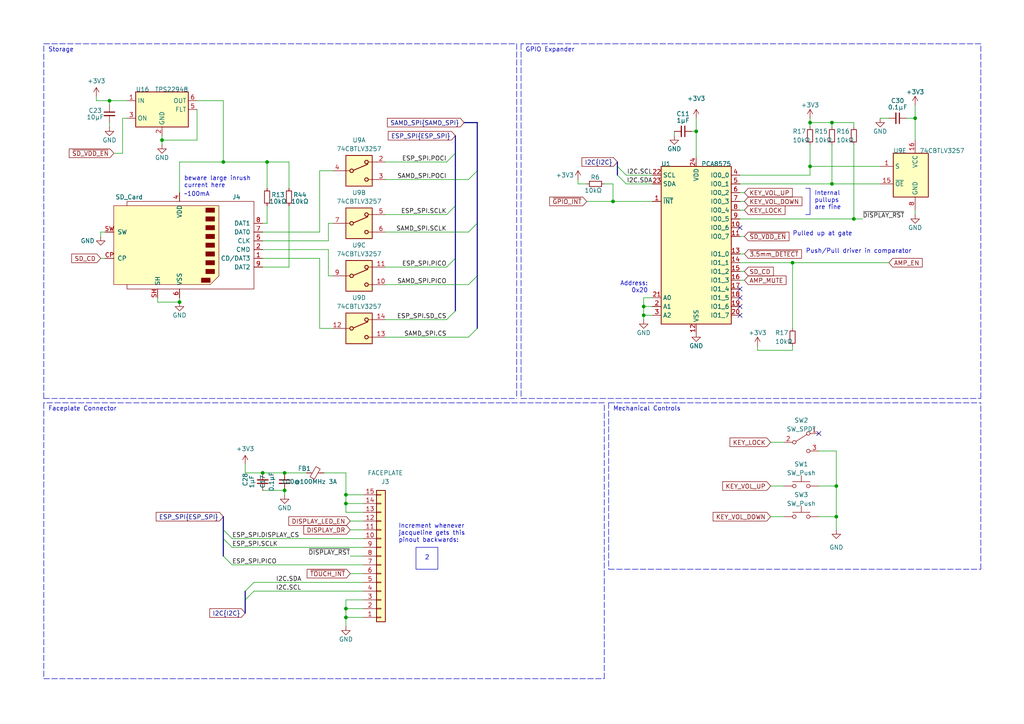
<source format=kicad_sch>
(kicad_sch (version 20230121) (generator eeschema)
  (paper "A4")
  (title_block (title "TANGARA") (date "2023-05-30") (rev "4") (company "made by jacqueline") (comment 1 "SPDX-License-Identifier: CERN-OHL-S-2.0"))
  (lib_symbols
    (symbol "74xx:74CBTLV3257"
      (property "Reference" "U" (at 17.78 1.27 0))
      (property "Value" "74CBTLV3257" (at 15.24 -1.27 0))
      (symbol "74CBTLV3257_1_1"
        (rectangle (start -3.81 4.445) (end 3.81 -4.445) (stroke (width 0.254)) (fill (type background)))
        (circle (center -2.159 0) (radius 0.508) (stroke (width 0.254)))
        (polyline (pts (xy -5.08 0) (xy -2.794 0)))
        (polyline (pts (xy -1.651 0.127) (xy 2.54 1.905)) (stroke (width 0.254)))
        (polyline (pts (xy 5.08 -2.54) (xy 2.794 -2.54)))
        (polyline (pts (xy 5.08 2.54) (xy 2.794 2.54)))
        (circle (center 2.159 -2.54) (radius 0.508) (stroke (width 0.254)))
        (circle (center 2.159 2.54) (radius 0.508) (stroke (width 0.254)))
        (pin passive line (at 7.62 2.54 180) (length 2.54) (name "~") (number "2"))
        (pin passive line (at 7.62 -2.54 180) (length 2.54) (name "~") (number "3"))
        (pin passive line (at -7.62 0 0) (length 2.54) (name "~") (number "4"))
      )
      (symbol "74CBTLV3257_2_1"
        (rectangle (start -3.81 4.445) (end 3.81 -4.445) (stroke (width 0.254)) (fill (type background)))
        (circle (center -2.159 0) (radius 0.508) (stroke (width 0.254)))
        (polyline (pts (xy -5.08 0) (xy -2.794 0)))
        (polyline (pts (xy -1.651 0.127) (xy 2.54 1.905)) (stroke (width 0.254)))
        (polyline (pts (xy 5.08 -2.54) (xy 2.794 -2.54)))
        (polyline (pts (xy 5.08 2.54) (xy 2.794 2.54)))
        (circle (center 2.159 -2.54) (radius 0.508) (stroke (width 0.254)))
        (circle (center 2.159 2.54) (radius 0.508) (stroke (width 0.254)))
        (pin passive line (at 7.62 2.54 180) (length 2.54) (name "~") (number "5"))
        (pin passive line (at 7.62 -2.54 180) (length 2.54) (name "~") (number "6"))
        (pin passive line (at -7.62 0 0) (length 2.54) (name "~") (number "7"))
      )
      (symbol "74CBTLV3257_3_1"
        (rectangle (start -3.81 4.445) (end 3.81 -4.445) (stroke (width 0.254)) (fill (type background)))
        (circle (center -2.159 0) (radius 0.508) (stroke (width 0.254)))
        (polyline (pts (xy -5.08 0) (xy -2.794 0)))
        (polyline (pts (xy -1.651 0.127) (xy 2.54 1.905)) (stroke (width 0.254)))
        (polyline (pts (xy 5.08 -2.54) (xy 2.794 -2.54)))
        (polyline (pts (xy 5.08 2.54) (xy 2.794 2.54)))
        (circle (center 2.159 -2.54) (radius 0.508) (stroke (width 0.254)))
        (circle (center 2.159 2.54) (radius 0.508) (stroke (width 0.254)))
        (pin passive line (at 7.62 -2.54 180) (length 2.54) (name "~") (number "10"))
        (pin passive line (at 7.62 2.54 180) (length 2.54) (name "~") (number "11"))
        (pin passive line (at -7.62 0 0) (length 2.54) (name "~") (number "9"))
      )
      (symbol "74CBTLV3257_4_1"
        (rectangle (start -3.81 4.445) (end 3.81 -4.445) (stroke (width 0.254)) (fill (type background)))
        (circle (center -2.159 0) (radius 0.508) (stroke (width 0.254)))
        (polyline (pts (xy -5.08 0) (xy -2.794 0)))
        (polyline (pts (xy -1.651 0.127) (xy 2.54 1.905)) (stroke (width 0.254)))
        (polyline (pts (xy 5.08 -2.54) (xy 2.794 -2.54)))
        (polyline (pts (xy 5.08 2.54) (xy 2.794 2.54)))
        (circle (center 2.159 -2.54) (radius 0.508) (stroke (width 0.254)))
        (circle (center 2.159 2.54) (radius 0.508) (stroke (width 0.254)))
        (pin passive line (at -7.62 0 0) (length 2.54) (name "~") (number "12"))
        (pin passive line (at 7.62 -2.54 180) (length 2.54) (name "~") (number "13"))
        (pin passive line (at 7.62 2.54 180) (length 2.54) (name "~") (number "14"))
      )
      (symbol "74CBTLV3257_5_1"
        (rectangle (start 3.81 6.35) (end -6.35 -6.35) (stroke (width 0.254)) (fill (type background)))
        (pin input line (at -10.16 2.54 0) (length 3.81) (name "S") (number "1"))
        (pin input line (at -10.16 -2.54 0) (length 3.81) (name "~{OE}") (number "15"))
        (pin power_in line (at 0 10.16 270) (length 3.81) (name "VCC") (number "16"))
        (pin power_in line (at 0 -10.16 90) (length 3.81) (name "GND") (number "8"))
      )
    )
    (symbol "Connector_Generic:Conn_01x15" (pin_names (offset 1.016) hide)
      (property "Reference" "J" (at 0 20.32 0))
      (property "Value" "Conn_01x15" (at 0 -20.32 0))
      (symbol "Conn_01x15_1_1"
        (rectangle (start -1.27 -17.653) (end 0 -17.907) (stroke (width 0.1524)))
        (rectangle (start -1.27 -15.113) (end 0 -15.367) (stroke (width 0.1524)))
        (rectangle (start -1.27 -12.573) (end 0 -12.827) (stroke (width 0.1524)))
        (rectangle (start -1.27 -10.033) (end 0 -10.287) (stroke (width 0.1524)))
        (rectangle (start -1.27 -7.493) (end 0 -7.747) (stroke (width 0.1524)))
        (rectangle (start -1.27 -4.953) (end 0 -5.207) (stroke (width 0.1524)))
        (rectangle (start -1.27 -2.413) (end 0 -2.667) (stroke (width 0.1524)))
        (rectangle (start -1.27 0.127) (end 0 -0.127) (stroke (width 0.1524)))
        (rectangle (start -1.27 2.667) (end 0 2.413) (stroke (width 0.1524)))
        (rectangle (start -1.27 5.207) (end 0 4.953) (stroke (width 0.1524)))
        (rectangle (start -1.27 7.747) (end 0 7.493) (stroke (width 0.1524)))
        (rectangle (start -1.27 10.287) (end 0 10.033) (stroke (width 0.1524)))
        (rectangle (start -1.27 12.827) (end 0 12.573) (stroke (width 0.1524)))
        (rectangle (start -1.27 15.367) (end 0 15.113) (stroke (width 0.1524)))
        (rectangle (start -1.27 17.907) (end 0 17.653) (stroke (width 0.1524)))
        (rectangle (start -1.27 19.05) (end 1.27 -19.05) (stroke (width 0.254)) (fill (type background)))
        (pin passive line (at -5.08 17.78 0) (length 3.81) (name "Pin_1") (number "1"))
        (pin passive line (at -5.08 -5.08 0) (length 3.81) (name "Pin_10") (number "10"))
        (pin passive line (at -5.08 -7.62 0) (length 3.81) (name "Pin_11") (number "11"))
        (pin passive line (at -5.08 -10.16 0) (length 3.81) (name "Pin_12") (number "12"))
        (pin passive line (at -5.08 -12.7 0) (length 3.81) (name "Pin_13") (number "13"))
        (pin passive line (at -5.08 -15.24 0) (length 3.81) (name "Pin_14") (number "14"))
        (pin passive line (at -5.08 -17.78 0) (length 3.81) (name "Pin_15") (number "15"))
        (pin passive line (at -5.08 15.24 0) (length 3.81) (name "Pin_2") (number "2"))
        (pin passive line (at -5.08 12.7 0) (length 3.81) (name "Pin_3") (number "3"))
        (pin passive line (at -5.08 10.16 0) (length 3.81) (name "Pin_4") (number "4"))
        (pin passive line (at -5.08 7.62 0) (length 3.81) (name "Pin_5") (number "5"))
        (pin passive line (at -5.08 5.08 0) (length 3.81) (name "Pin_6") (number "6"))
        (pin passive line (at -5.08 2.54 0) (length 3.81) (name "Pin_7") (number "7"))
        (pin passive line (at -5.08 0 0) (length 3.81) (name "Pin_8") (number "8"))
        (pin passive line (at -5.08 -2.54 0) (length 3.81) (name "Pin_9") (number "9"))
      )
    )
    (symbol "Device:C_Small" (pin_numbers hide) (pin_names (offset 0.254) hide)
      (property "Reference" "C" (at 0.254 1.778 0))
      (property "Value" "C_Small" (at 0.254 -2.032 0))
      (symbol "C_Small_0_1"
        (polyline (pts (xy -1.524 -0.508) (xy 1.524 -0.508)) (stroke (width 0.3302)))
        (polyline (pts (xy -1.524 0.508) (xy 1.524 0.508)) (stroke (width 0.3048)))
      )
      (symbol "C_Small_1_1"
        (pin passive line (at 0 2.54 270) (length 2.032) (name "~") (number "1"))
        (pin passive line (at 0 -2.54 90) (length 2.032) (name "~") (number "2"))
      )
    )
    (symbol "Device:Ferrite_Bead_Small" (pin_numbers hide) (pin_names (offset 0))
      (property "Reference" "FB" (at 1.905 1.27 0))
      (property "Value" "Device_Ferrite_Bead_Small" (at 1.905 -1.27 0))
      (symbol "Ferrite_Bead_Small_0_1"
        (polyline (pts (xy 0 -1.27) (xy 0 -0.7874)))
        (polyline (pts (xy 0 0.889) (xy 0 1.2954)))
        (polyline (pts (xy -1.8288 0.2794) (xy -1.1176 1.4986) (xy 1.8288 -0.2032) (xy 1.1176 -1.4224) (xy -1.8288 0.2794)))
      )
      (symbol "Ferrite_Bead_Small_1_1"
        (pin passive line (at 0 2.54 270) (length 1.27) (name "~") (number "1"))
        (pin passive line (at 0 -2.54 90) (length 1.27) (name "~") (number "2"))
      )
    )
    (symbol "Device:R_Small" (pin_numbers hide) (pin_names (offset 0.254) hide)
      (property "Reference" "R" (at 0.762 0.508 0))
      (property "Value" "R_Small" (at 0.762 -1.016 0))
      (symbol "R_Small_0_1"
        (rectangle (start -0.762 1.778) (end 0.762 -1.778) (stroke (width 0.2032)))
      )
      (symbol "R_Small_1_1"
        (pin passive line (at 0 2.54 270) (length 0.762) (name "~") (number "1"))
        (pin passive line (at 0 -2.54 90) (length 0.762) (name "~") (number "2"))
      )
    )
    (symbol "Interface_Expansion:PCA9555D"
      (property "Reference" "U" (at -8.89 24.13 0))
      (property "Value" "PCA9555D" (at 6.35 24.13 0))
      (symbol "PCA9555D_0_1"
        (rectangle (start -10.16 22.86) (end 10.16 -22.86) (stroke (width 0.254)) (fill (type background)))
      )
      (symbol "PCA9555D_1_1"
        (pin open_collector line (at -12.7 12.7 0) (length 2.54) (name "~{INT}") (number "1"))
        (pin bidirectional line (at 12.7 5.08 180) (length 2.54) (name "IO0_6") (number "10"))
        (pin bidirectional line (at 12.7 2.54 180) (length 2.54) (name "IO0_7") (number "11"))
        (pin power_in line (at 0 -25.4 90) (length 2.54) (name "VSS") (number "12"))
        (pin bidirectional line (at 12.7 -2.54 180) (length 2.54) (name "IO1_0") (number "13"))
        (pin bidirectional line (at 12.7 -5.08 180) (length 2.54) (name "IO1_1") (number "14"))
        (pin bidirectional line (at 12.7 -7.62 180) (length 2.54) (name "IO1_2") (number "15"))
        (pin bidirectional line (at 12.7 -10.16 180) (length 2.54) (name "IO1_3") (number "16"))
        (pin bidirectional line (at 12.7 -12.7 180) (length 2.54) (name "IO1_4") (number "17"))
        (pin bidirectional line (at 12.7 -15.24 180) (length 2.54) (name "IO1_5") (number "18"))
        (pin bidirectional line (at 12.7 -17.78 180) (length 2.54) (name "IO1_6") (number "19"))
        (pin input line (at -12.7 -17.78 0) (length 2.54) (name "A1") (number "2"))
        (pin bidirectional line (at 12.7 -20.32 180) (length 2.54) (name "IO1_7") (number "20"))
        (pin input line (at -12.7 -15.24 0) (length 2.54) (name "A0") (number "21"))
        (pin input line (at -12.7 20.32 0) (length 2.54) (name "SCL") (number "22"))
        (pin bidirectional line (at -12.7 17.78 0) (length 2.54) (name "SDA") (number "23"))
        (pin power_in line (at 0 25.4 270) (length 2.54) (name "VDD") (number "24"))
        (pin input line (at -12.7 -20.32 0) (length 2.54) (name "A2") (number "3"))
        (pin bidirectional line (at 12.7 20.32 180) (length 2.54) (name "IO0_0") (number "4"))
        (pin bidirectional line (at 12.7 17.78 180) (length 2.54) (name "IO0_1") (number "5"))
        (pin bidirectional line (at 12.7 15.24 180) (length 2.54) (name "IO0_2") (number "6"))
        (pin bidirectional line (at 12.7 12.7 180) (length 2.54) (name "IO0_3") (number "7"))
        (pin bidirectional line (at 12.7 10.16 180) (length 2.54) (name "IO0_4") (number "8"))
        (pin bidirectional line (at 12.7 7.62 180) (length 2.54) (name "IO0_5") (number "9"))
      )
    )
    (symbol "Switch:SW_Push" (pin_numbers hide) (pin_names (offset 1.016) hide)
      (property "Reference" "SW" (at 1.27 2.54 0))
      (property "Value" "SW_Push" (at 0 -1.524 0))
      (symbol "SW_Push_0_1"
        (circle (center -2.032 0) (radius 0.508))
        (polyline (pts (xy 0 1.27) (xy 0 3.048)))
        (polyline (pts (xy 2.54 1.27) (xy -2.54 1.27)))
        (circle (center 2.032 0) (radius 0.508))
        (pin passive line (at -5.08 0 0) (length 2.54) (name "1") (number "1"))
        (pin passive line (at 5.08 0 180) (length 2.54) (name "2") (number "2"))
      )
    )
    (symbol "Switch:SW_SPDT" (pin_names (offset 0) hide)
      (property "Reference" "SW" (at 0 4.318 0))
      (property "Value" "SW_SPDT" (at 0 -5.08 0))
      (symbol "SW_SPDT_0_0"
        (circle (center -2.032 0) (radius 0.508))
        (circle (center 2.032 -2.54) (radius 0.508))
      )
      (symbol "SW_SPDT_0_1"
        (polyline (pts (xy -1.524 0.254) (xy 1.651 2.286)))
        (circle (center 2.032 2.54) (radius 0.508))
      )
      (symbol "SW_SPDT_1_1"
        (pin passive line (at 5.08 2.54 180) (length 2.54) (name "A") (number "1"))
        (pin passive line (at -5.08 0 0) (length 2.54) (name "B") (number "2"))
        (pin passive line (at 5.08 -2.54 180) (length 2.54) (name "C") (number "3"))
      )
    )
    (symbol "power:+3V3" (power) (pin_names (offset 0))
      (property "Value" "+3V3" (at 0 3.556 0))
      (symbol "+3V3_0_1"
        (polyline (pts (xy -0.762 1.27) (xy 0 2.54)))
        (polyline (pts (xy 0 0) (xy 0 2.54)))
        (polyline (pts (xy 0 2.54) (xy 0.762 1.27)))
      )
      (symbol "+3V3_1_1"
        (pin power_in line (at 0 0 90) (length 0) hide (name "+3V3") (number "1"))
      )
    )
    (symbol "power:GND" (power) (pin_names (offset 0))
      (property "Value" "GND" (at 0 -3.81 0))
      (symbol "GND_0_1"
        (polyline (pts (xy 0 0) (xy 0 -1.27) (xy 1.27 -1.27) (xy 0 -2.54) (xy -1.27 -1.27) (xy 0 -1.27)))
      )
      (symbol "GND_1_1"
        (pin power_in line (at 0 0 270) (length 0) hide (name "GND") (number "1"))
      )
    )
    (symbol "symbols:SD_Card" (pin_names (offset 1.016))
      (property "Reference" "J" (at -16.51 13.97 0))
      (property "Value" "SD_Card" (at 15.24 -13.97 0))
      (symbol "SD_Card_0_1"
        (rectangle (start -8.89 -9.525) (end -6.35 -10.795) (fill (type outline)))
        (rectangle (start -8.89 -6.985) (end -6.35 -8.255) (fill (type outline)))
        (rectangle (start -8.89 -4.445) (end -6.35 -5.715) (fill (type outline)))
        (rectangle (start -8.89 -1.905) (end -6.35 -3.175) (fill (type outline)))
        (rectangle (start -8.89 0.635) (end -6.35 -0.635) (fill (type outline)))
        (rectangle (start -8.89 3.175) (end -6.35 1.905) (fill (type outline)))
        (rectangle (start -8.89 5.715) (end -6.35 4.445) (fill (type outline)))
        (rectangle (start -8.89 8.255) (end -6.35 6.985) (fill (type outline)))
        (rectangle (start -7.62 10.795) (end -5.08 9.525) (fill (type outline)))
        (polyline (pts (xy -10.16 8.89) (xy -7.62 11.43) (xy 20.32 11.43) (xy 20.32 -11.43) (xy -10.16 -11.43) (xy -10.16 8.89)) (fill (type background)))
        (polyline (pts (xy 16.51 11.43) (xy 16.51 12.7) (xy -20.32 12.7) (xy -20.32 -12.7) (xy 16.51 -12.7) (xy 16.51 -11.43)))
      )
      (symbol "SD_Card_1_1"
        (pin input line (at -22.86 3.81 0) (length 2.54) (name "CD/DAT3") (number "1"))
        (pin input line (at -22.86 1.27 0) (length 2.54) (name "CMD") (number "2"))
        (pin power_in line (at 1.27 15.24 270) (length 2.54) hide (name "VSS") (number "3"))
        (pin power_in line (at 1.27 -15.24 90) (length 2.54) (name "VDD") (number "4"))
        (pin input line (at -22.86 -1.27 0) (length 2.54) (name "CLK") (number "5"))
        (pin power_in line (at 1.27 15.24 270) (length 2.54) (name "VSS") (number "6"))
        (pin input line (at -22.86 -3.81 0) (length 2.54) (name "DAT0") (number "7"))
        (pin input line (at -22.86 -6.35 0) (length 2.54) (name "DAT1") (number "8"))
        (pin input line (at -22.86 6.35 0) (length 2.54) (name "DAT2") (number "9"))
        (pin input line (at 22.86 3.81 180) (length 2.54) (name "CP") (number "CP"))
        (pin input line (at 7.62 15.24 270) (length 2.54) (name "SH") (number "SH"))
        (pin input line (at 22.86 -3.81 180) (length 2.54) (name "SW") (number "SW"))
      )
    )
    (symbol "symbols:TPS22917DBV"
      (property "Reference" "U" (at -6.35 6.35 0))
      (property "Value" "TPS22948" (at 2.54 6.35 0))
      (symbol "TPS22917DBV_0_1"
        (rectangle (start -7.62 5.08) (end 7.62 -5.08) (stroke (width 0.254)) (fill (type background)))
      )
      (symbol "TPS22917DBV_1_1"
        (pin power_in line (at -10.16 2.54 0) (length 2.54) (name "IN") (number "1"))
        (pin power_in line (at 0 -7.62 90) (length 2.54) (name "GND") (number "2"))
        (pin input line (at -10.16 -2.54 0) (length 2.54) (name "ON") (number "3"))
        (pin no_connect line (at -7.62 0 0) (length 2.54) hide (name "NC") (number "4"))
        (pin open_collector line (at 10.16 0 180) (length 2.54) (name "FLT") (number "5"))
        (pin power_out line (at 10.16 2.54 180) (length 2.54) (name "OUT") (number "6"))
      )
    )
  )
  (junction (at 82.55 137.16))
  (junction (at 186.69 91.44))
  (junction (at 100.33 146.05))
  (junction (at 46.99 40.64))
  (junction (at 64.77 46.99))
  (junction (at 52.07 87.63))
  (junction (at 100.33 176.53))
  (junction (at 234.95 48.26))
  (junction (at 100.33 179.07))
  (junction (at 265.43 34.29))
  (junction (at 76.2 137.16))
  (junction (at 82.55 142.24))
  (junction (at 242.57 149.86))
  (junction (at 234.95 35.56))
  (junction (at 241.3 53.34))
  (junction (at 100.33 143.51))
  (junction (at 229.87 76.2))
  (junction (at 31.75 29.21))
  (junction (at 201.93 38.1))
  (junction (at 186.69 88.9))
  (junction (at 241.3 35.56))
  (junction (at 247.65 63.5))
  (junction (at 242.57 140.97))
  (junction (at 77.47 46.99))
  (junction (at 177.8 58.42))
  (no_connect (at 214.63 86.36))
  (no_connect (at 214.63 83.82))
  (no_connect (at 214.63 91.44))
  (no_connect (at 237.49 125.73))
  (no_connect (at 214.63 88.9))
  (no_connect (at 214.63 66.04))
  (bus_entry (at 67.31 158.75) (size -2.54 -2.54))
  (bus_entry (at 179.07 48.26) (size 2.54 2.54))
  (bus_entry (at 129.54 77.47) (size 2.54 -2.54))
  (bus_entry (at 129.54 92.71) (size 2.54 -2.54))
  (bus_entry (at 129.54 46.99) (size 2.54 -2.54))
  (bus_entry (at 129.54 62.23) (size 2.54 -2.54))
  (bus_entry (at 179.07 50.8) (size 2.54 2.54))
  (bus_entry (at 135.89 52.07) (size 2.54 -2.54))
  (bus_entry (at 135.89 82.55) (size 2.54 -2.54))
  (bus_entry (at 135.89 67.31) (size 2.54 -2.54))
  (bus_entry (at 67.31 163.83) (size -2.54 -2.54))
  (bus_entry (at 71.12 171.45) (size 2.54 -2.54))
  (bus_entry (at 71.12 173.99) (size 2.54 -2.54))
  (bus_entry (at 135.89 97.79) (size 2.54 -2.54))
  (bus_entry (at 67.31 156.21) (size -2.54 -2.54))
  (wire (pts (xy 186.69 88.9) (xy 186.69 91.44)))
  (wire (pts (xy 186.69 91.44) (xy 186.69 92.71)))
  (bus (pts (xy 64.77 153.67) (xy 64.77 156.21)))
  (wire (pts (xy 242.57 140.97) (xy 242.57 149.86)))
  (wire (pts (xy 67.31 156.21) (xy 105.41 156.21)))
  (polyline (pts (xy 12.7 12.7) (xy 149.86 12.7)) (stroke (width 0) (type dash)))
  (polyline (pts (xy 176.53 116.84) (xy 176.53 165.1)) (stroke (width 0) (type dash)))
  (wire (pts (xy 219.71 100.33) (xy 219.71 101.6)))
  (wire (pts (xy 93.98 137.16) (xy 100.33 137.16)))
  (wire (pts (xy 237.49 130.81) (xy 242.57 130.81)))
  (wire (pts (xy 234.95 41.91) (xy 234.95 48.26)))
  (wire (pts (xy 76.2 142.24) (xy 82.55 142.24)))
  (wire (pts (xy 250.19 63.5) (xy 247.65 63.5)))
  (bus (pts (xy 134.62 35.56) (xy 138.43 35.56)))
  (polyline (pts (xy 234.95 62.23) (xy 234.95 54.61)))
  (wire (pts (xy 100.33 179.07) (xy 105.41 179.07)))
  (bus (pts (xy 71.12 171.45) (xy 71.12 173.99)))
  (wire (pts (xy 52.07 87.63) (xy 52.07 86.36)))
  (wire (pts (xy 265.43 30.48) (xy 265.43 34.29)))
  (wire (pts (xy 201.93 34.29) (xy 201.93 38.1)))
  (wire (pts (xy 92.71 49.53) (xy 92.71 67.31)))
  (wire (pts (xy 57.15 40.64) (xy 46.99 40.64)))
  (wire (pts (xy 214.63 76.2) (xy 229.87 76.2)))
  (wire (pts (xy 57.15 29.21) (xy 64.77 29.21)))
  (wire (pts (xy 101.6 153.67) (xy 105.41 153.67)))
  (wire (pts (xy 177.8 53.34) (xy 177.8 58.42)))
  (wire (pts (xy 77.47 46.99) (xy 83.82 46.99)))
  (wire (pts (xy 215.9 81.28) (xy 214.63 81.28)))
  (bus (pts (xy 132.08 44.45) (xy 132.08 59.69)))
  (wire (pts (xy 234.95 50.8) (xy 234.95 48.26)))
  (wire (pts (xy 31.75 35.56) (xy 31.75 36.83)))
  (wire (pts (xy 242.57 130.81) (xy 242.57 140.97)))
  (wire (pts (xy 175.26 53.34) (xy 177.8 53.34)))
  (wire (pts (xy 241.3 35.56) (xy 247.65 35.56)))
  (polyline (pts (xy 176.53 116.84) (xy 284.48 116.84)) (stroke (width 0) (type dash)))
  (wire (pts (xy 214.63 58.42) (xy 215.9 58.42)))
  (wire (pts (xy 35.56 34.29) (xy 35.56 44.45)))
  (wire (pts (xy 170.18 58.42) (xy 177.8 58.42)))
  (wire (pts (xy 214.63 53.34) (xy 241.3 53.34)))
  (wire (pts (xy 95.25 72.39) (xy 95.25 80.01)))
  (polyline (pts (xy 151.13 12.7) (xy 151.13 115.57)) (stroke (width 0) (type dash)))
  (wire (pts (xy 247.65 41.91) (xy 247.65 63.5)))
  (wire (pts (xy 76.2 137.16) (xy 82.55 137.16)))
  (wire (pts (xy 100.33 181.61) (xy 100.33 179.07)))
  (wire (pts (xy 67.31 158.75) (xy 105.41 158.75)))
  (wire (pts (xy 181.61 53.34) (xy 189.23 53.34)))
  (wire (pts (xy 31.75 29.21) (xy 31.75 30.48)))
  (wire (pts (xy 100.33 176.53) (xy 100.33 179.07)))
  (wire (pts (xy 92.71 74.93) (xy 92.71 95.25)))
  (wire (pts (xy 100.33 137.16) (xy 100.33 143.51)))
  (wire (pts (xy 45.72 86.36) (xy 45.72 87.63)))
  (wire (pts (xy 111.76 97.79) (xy 135.89 97.79)))
  (wire (pts (xy 167.64 53.34) (xy 170.18 53.34)))
  (wire (pts (xy 76.2 67.31) (xy 92.71 67.31)))
  (wire (pts (xy 29.21 67.31) (xy 29.21 68.58)))
  (polyline (pts (xy 151.13 115.57) (xy 284.48 115.57)) (stroke (width 0) (type dash)))
  (wire (pts (xy 71.12 137.16) (xy 76.2 137.16)))
  (wire (pts (xy 46.99 39.37) (xy 46.99 40.64)))
  (wire (pts (xy 247.65 35.56) (xy 247.65 36.83)))
  (bus (pts (xy 132.08 74.93) (xy 132.08 90.17)))
  (wire (pts (xy 189.23 88.9) (xy 186.69 88.9)))
  (wire (pts (xy 64.77 29.21) (xy 64.77 46.99)))
  (wire (pts (xy 189.23 86.36) (xy 186.69 86.36)))
  (wire (pts (xy 237.49 140.97) (xy 242.57 140.97)))
  (wire (pts (xy 200.66 38.1) (xy 201.93 38.1)))
  (bus (pts (xy 138.43 35.56) (xy 138.43 49.53)))
  (wire (pts (xy 95.25 80.01) (xy 96.52 80.01)))
  (wire (pts (xy 71.12 134.62) (xy 71.12 137.16)))
  (wire (pts (xy 229.87 100.33) (xy 229.87 101.6)))
  (bus (pts (xy 179.07 46.99) (xy 179.07 48.26)))
  (wire (pts (xy 101.6 161.29) (xy 105.41 161.29)))
  (wire (pts (xy 92.71 95.25) (xy 96.52 95.25)))
  (wire (pts (xy 33.02 44.45) (xy 35.56 44.45)))
  (wire (pts (xy 64.77 46.99) (xy 77.47 46.99)))
  (polyline (pts (xy 284.48 165.1) (xy 284.48 116.84)) (stroke (width 0) (type dash)))
  (wire (pts (xy 215.9 68.58) (xy 214.63 68.58)))
  (wire (pts (xy 255.27 34.29) (xy 257.81 34.29)))
  (wire (pts (xy 77.47 46.99) (xy 77.47 54.61)))
  (wire (pts (xy 214.63 55.88) (xy 215.9 55.88)))
  (wire (pts (xy 95.25 69.85) (xy 95.25 64.77)))
  (wire (pts (xy 234.95 48.26) (xy 255.27 48.26)))
  (wire (pts (xy 214.63 50.8) (xy 234.95 50.8)))
  (wire (pts (xy 111.76 92.71) (xy 129.54 92.71)))
  (wire (pts (xy 57.15 31.75) (xy 57.15 40.64)))
  (wire (pts (xy 234.95 35.56) (xy 234.95 36.83)))
  (polyline (pts (xy 12.7 196.85) (xy 175.26 196.85)) (stroke (width 0) (type dash)))
  (wire (pts (xy 100.33 143.51) (xy 105.41 143.51)))
  (wire (pts (xy 177.8 58.42) (xy 189.23 58.42)))
  (wire (pts (xy 111.76 77.47) (xy 129.54 77.47)))
  (wire (pts (xy 111.76 52.07) (xy 135.89 52.07)))
  (wire (pts (xy 101.6 166.37) (xy 105.41 166.37)))
  (wire (pts (xy 73.66 171.45) (xy 105.41 171.45)))
  (bus (pts (xy 179.07 48.26) (xy 179.07 50.8)))
  (wire (pts (xy 195.58 38.1) (xy 195.58 39.37)))
  (wire (pts (xy 167.64 52.07) (xy 167.64 53.34)))
  (wire (pts (xy 83.82 54.61) (xy 83.82 46.99)))
  (wire (pts (xy 219.71 101.6) (xy 229.87 101.6)))
  (wire (pts (xy 215.9 73.66) (xy 214.63 73.66)))
  (polyline (pts (xy 12.7 115.57) (xy 149.86 115.57)) (stroke (width 0) (type dash)))
  (wire (pts (xy 247.65 63.5) (xy 214.63 63.5)))
  (bus (pts (xy 138.43 64.77) (xy 138.43 80.01)))
  (wire (pts (xy 241.3 53.34) (xy 255.27 53.34)))
  (wire (pts (xy 229.87 76.2) (xy 257.81 76.2)))
  (polyline (pts (xy 175.26 196.85) (xy 175.26 116.84)) (stroke (width 0) (type dash)))
  (wire (pts (xy 100.33 148.59) (xy 100.33 146.05)))
  (wire (pts (xy 265.43 34.29) (xy 265.43 40.64)))
  (polyline (pts (xy 12.7 115.57) (xy 12.7 12.7)) (stroke (width 0) (type dash)))
  (wire (pts (xy 105.41 146.05) (xy 100.33 146.05)))
  (polyline (pts (xy 176.53 165.1) (xy 284.48 165.1)) (stroke (width 0) (type dash)))
  (wire (pts (xy 265.43 62.23) (xy 265.43 60.96)))
  (wire (pts (xy 46.99 41.91) (xy 46.99 40.64)))
  (wire (pts (xy 111.76 82.55) (xy 135.89 82.55)))
  (polyline (pts (xy 12.7 116.84) (xy 12.7 196.85)) (stroke (width 0) (type dash)))
  (bus (pts (xy 64.77 156.21) (xy 64.77 161.29)))
  (bus (pts (xy 132.08 39.37) (xy 132.08 44.45)))
  (wire (pts (xy 73.66 168.91) (xy 105.41 168.91)))
  (wire (pts (xy 52.07 55.88) (xy 52.07 46.99)))
  (wire (pts (xy 27.94 29.21) (xy 31.75 29.21)))
  (wire (pts (xy 111.76 67.31) (xy 135.89 67.31)))
  (polyline (pts (xy 175.26 116.84) (xy 12.7 116.84)) (stroke (width 0) (type dash)))
  (wire (pts (xy 77.47 59.69) (xy 77.47 64.77)))
  (wire (pts (xy 201.93 38.1) (xy 201.93 45.72)))
  (wire (pts (xy 234.95 35.56) (xy 241.3 35.56)))
  (wire (pts (xy 82.55 142.24) (xy 82.55 143.51)))
  (polyline (pts (xy 233.68 62.23) (xy 234.95 62.23)))
  (bus (pts (xy 132.08 59.69) (xy 132.08 74.93)))
  (wire (pts (xy 36.83 34.29) (xy 35.56 34.29)))
  (wire (pts (xy 101.6 151.13) (xy 105.41 151.13)))
  (wire (pts (xy 83.82 59.69) (xy 83.82 77.47)))
  (wire (pts (xy 96.52 49.53) (xy 92.71 49.53)))
  (wire (pts (xy 31.75 29.21) (xy 36.83 29.21)))
  (wire (pts (xy 76.2 64.77) (xy 77.47 64.77)))
  (polyline (pts (xy 284.48 12.7) (xy 151.13 12.7)) (stroke (width 0) (type dash)))
  (wire (pts (xy 30.48 67.31) (xy 29.21 67.31)))
  (wire (pts (xy 76.2 72.39) (xy 95.25 72.39)))
  (polyline (pts (xy 233.68 54.61) (xy 234.95 54.61)))
  (wire (pts (xy 105.41 148.59) (xy 100.33 148.59)))
  (wire (pts (xy 241.3 41.91) (xy 241.3 53.34)))
  (wire (pts (xy 262.89 34.29) (xy 265.43 34.29)))
  (wire (pts (xy 100.33 173.99) (xy 100.33 176.53)))
  (wire (pts (xy 76.2 74.93) (xy 92.71 74.93)))
  (polyline (pts (xy 149.86 12.7) (xy 149.86 115.57)) (stroke (width 0) (type dash)))
  (wire (pts (xy 111.76 46.99) (xy 129.54 46.99)))
  (wire (pts (xy 215.9 78.74) (xy 214.63 78.74)))
  (wire (pts (xy 234.95 34.29) (xy 234.95 35.56)))
  (wire (pts (xy 82.55 137.16) (xy 88.9 137.16)))
  (wire (pts (xy 111.76 62.23) (xy 129.54 62.23)))
  (bus (pts (xy 64.77 149.86) (xy 64.77 153.67)))
  (wire (pts (xy 76.2 69.85) (xy 95.25 69.85)))
  (wire (pts (xy 181.61 50.8) (xy 189.23 50.8)))
  (wire (pts (xy 95.25 64.77) (xy 96.52 64.77)))
  (wire (pts (xy 237.49 149.86) (xy 242.57 149.86)))
  (bus (pts (xy 71.12 173.99) (xy 71.12 177.8)))
  (wire (pts (xy 100.33 146.05) (xy 100.33 143.51)))
  (wire (pts (xy 189.23 91.44) (xy 186.69 91.44)))
  (wire (pts (xy 45.72 87.63) (xy 52.07 87.63)))
  (wire (pts (xy 242.57 149.86) (xy 242.57 153.67)))
  (polyline (pts (xy 284.48 115.57) (xy 284.48 12.7)) (stroke (width 0) (type dash)))
  (wire (pts (xy 27.94 27.94) (xy 27.94 29.21)))
  (wire (pts (xy 186.69 86.36) (xy 186.69 88.9)))
  (wire (pts (xy 223.52 140.97) (xy 227.33 140.97)))
  (wire (pts (xy 52.07 46.99) (xy 64.77 46.99)))
  (bus (pts (xy 138.43 49.53) (xy 138.43 64.77)))
  (wire (pts (xy 215.9 60.96) (xy 214.63 60.96)))
  (wire (pts (xy 105.41 176.53) (xy 100.33 176.53)))
  (wire (pts (xy 76.2 77.47) (xy 83.82 77.47)))
  (wire (pts (xy 105.41 173.99) (xy 100.33 173.99)))
  (wire (pts (xy 223.52 149.86) (xy 227.33 149.86)))
  (bus (pts (xy 138.43 80.01) (xy 138.43 95.25)))
  (wire (pts (xy 67.31 163.83) (xy 105.41 163.83)))
  (wire (pts (xy 241.3 35.56) (xy 241.3 36.83)))
  (wire (pts (xy 229.87 76.2) (xy 229.87 95.25)))
  (wire (pts (xy 29.21 74.93) (xy 30.48 74.93)))
  (wire (pts (xy 223.52 128.27) (xy 227.33 128.27)))
  (rectangle (start 120.65 158.75) (end 127 165.1))
  (text "GPIO Expander" (at 152.4 15.24 0) (effects (font (size 1.27 1.27)) (justify left bottom)))
  (text "beware large inrush\ncurrent here" (at 53.34 54.61 0) (effects (font (size 1.27 1.27)) (justify left bottom)))
  (text "Internal\npullups\nare fine" (at 236.22 60.96 0) (effects (font (size 1.27 1.27)) (justify left bottom)))
  (text "~100mA" (at 53.34 57.15 0) (effects (font (size 1.27 1.27)) (justify left bottom)))
  (text "Increment whenever\njacqueline gets this\npinout backwards:" (at 115.57 157.48 0) (effects (font (size 1.27 1.27)) (justify left bottom)))
  (text "Pulled up at gate" (at 229.87 68.58 0) (effects (font (size 1.27 1.27)) (justify left bottom)))
  (text "Storage" (at 13.97 15.24 0) (effects (font (size 1.27 1.27)) (justify left bottom)))
  (text "Mechanical Controls" (at 177.8 119.38 0) (effects (font (size 1.27 1.27)) (justify left bottom)))
  (text "2" (at 123.19 162.56 0) (effects (font (size 1.27 1.27)) (justify left bottom)))
  (text "Push/Pull driver in comparator" (at 233.68 73.66 0) (effects (font (size 1.27 1.27)) (justify left bottom)))
  (text "Faceplate Connector" (at 13.97 119.38 0) (effects (font (size 1.27 1.27)) (justify left bottom)))
  (text "Address:\n0x20" (at 187.96 85.09 0) (effects (font (size 1.27 1.27)) (justify right bottom)))
  (label "SAMD_SPI.POCI" (at 129.54 52.07 180))
  (label "I2C.SDA" (at 80.01 168.91 0))
  (label "I2C.SCL" (at 189.23 50.8 180))
  (label "SAMD_SPI.PICO" (at 129.54 82.55 180))
  (label "ESP_SPI.PICO" (at 129.54 77.47 180))
  (label "ESP_SPI.SD_CS" (at 129.54 92.71 180))
  (label "ESP_SPI.POCI" (at 129.54 46.99 180))
  (label "ESP_SPI.PICO" (at 67.31 163.83 0))
  (label "SAMD_SPI.SCLK" (at 129.54 67.31 180))
  (label "~{DISPLAY_RST}" (at 101.6 161.29 180) (property "Intersheetrefs" "${INTERSHEET_REFS}" (effects hide)))
  (label "ESP_SPI.DISPLAY_CS" (at 67.31 156.21 0))
  (label "SAMD_SPI.CS" (at 129.54 97.79 180))
  (label "ESP_SPI.SCLK" (at 67.31 158.75 0))
  (label "I2C.SDA" (at 189.23 53.34 180))
  (label "~{DISPLAY_RST}" (at 250.19 63.5 0) (property "Intersheetrefs" "${INTERSHEET_REFS}" (effects hide)))
  (label "ESP_SPI.SCLK" (at 129.54 62.23 180))
  (label "I2C.SCL" (at 80.01 171.45 0))
  (global_label "ESP_SPI{ESP_SPI}" (shape input) (at 132.08 39.37 180) (property "Intersheetrefs" "${INTERSHEET_REFS}" (effects hide)))
  (global_label "DISPLAY_LED_EN" (shape input) (at 101.6 151.13 180) (property "Intersheetrefs" "${INTERSHEET_REFS}" (effects hide)))
  (global_label "KEY_VOL_DOWN" (shape input) (at 223.52 149.86 180) (property "Intersheetrefs" "${INTERSHEET_REFS}" (effects hide)))
  (global_label "KEY_LOCK" (shape input) (at 223.52 128.27 180) (property "Intersheetrefs" "${INTERSHEET_REFS}" (effects hide)))
  (global_label "SD_CD" (shape input) (at 29.21 74.93 180) (property "Intersheetrefs" "${INTERSHEET_REFS}" (effects hide)))
  (global_label "KEY_LOCK" (shape input) (at 215.9 60.96 0) (property "Intersheetrefs" "${INTERSHEET_REFS}" (effects hide)))
  (global_label "SD_CD" (shape input) (at 215.9 78.74 0) (property "Intersheetrefs" "${INTERSHEET_REFS}" (effects hide)))
  (global_label "I2C{I2C}" (shape input) (at 71.12 177.8 180) (property "Intersheetrefs" "${INTERSHEET_REFS}" (effects hide)))
  (global_label "SAMD_SPI{SAMD_SPI}" (shape input) (at 134.62 35.56 180) (property "Intersheetrefs" "${INTERSHEET_REFS}" (effects hide)))
  (global_label "KEY_VOL_UP" (shape input) (at 215.9 55.88 0) (property "Intersheetrefs" "${INTERSHEET_REFS}" (effects hide)))
  (global_label "AMP_MUTE" (shape input) (at 215.9 81.28 0) (property "Intersheetrefs" "${INTERSHEET_REFS}" (effects hide)))
  (global_label "~{SD_VDD_EN}" (shape input) (at 33.02 44.45 180) (property "Intersheetrefs" "${INTERSHEET_REFS}" (effects hide)))
  (global_label "~{3.5mm_DETECT}" (shape input) (at 215.9 73.66 0) (property "Intersheetrefs" "${INTERSHEET_REFS}" (effects hide)))
  (global_label "~{TOUCH_INT}" (shape input) (at 101.6 166.37 180) (property "Intersheetrefs" "${INTERSHEET_REFS}" (effects hide)))
  (global_label "I2C{I2C}" (shape input) (at 179.07 46.99 180) (property "Intersheetrefs" "${INTERSHEET_REFS}" (effects hide)))
  (global_label "~{SD_VDD_EN}" (shape input) (at 215.9 68.58 0) (property "Intersheetrefs" "${INTERSHEET_REFS}" (effects hide)))
  (global_label "ESP_SPI{ESP_SPI}" (shape input) (at 64.77 149.86 180) (property "Intersheetrefs" "${INTERSHEET_REFS}" (effects hide)))
  (global_label "DISPLAY_DR" (shape input) (at 101.6 153.67 180) (property "Intersheetrefs" "${INTERSHEET_REFS}" (effects hide)))
  (global_label "~{GPIO_INT}" (shape input) (at 170.18 58.42 180) (property "Intersheetrefs" "${INTERSHEET_REFS}" (effects hide)))
  (global_label "AMP_EN" (shape input) (at 257.81 76.2 0) (property "Intersheetrefs" "${INTERSHEET_REFS}" (effects hide)))
  (global_label "KEY_VOL_UP" (shape input) (at 223.52 140.97 180) (property "Intersheetrefs" "${INTERSHEET_REFS}" (effects hide)))
  (global_label "KEY_VOL_DOWN" (shape input) (at 215.9 58.42 0) (property "Intersheetrefs" "${INTERSHEET_REFS}" (effects hide)))
  (symbol (lib_id "Device:R_Small") (at 77.47 57.15 0) (unit 1)
    (property "Reference" "R13" (at 80.645 56.515 0))
    (property "Value" "10kΩ" (at 80.645 58.42 0))
    (property "Footprint" "Resistor_SMD:R_0603_1608Metric" (effects hide))
    (property "MPN" "AC0603JR-0710KL" (effects hide))
  )
  (symbol (lib_id "power:GND") (at 242.57 153.67 0) (unit 1)
    (property "Reference" "#PWR0413" (effects hide))
    (property "Value" "GND" (at 242.57 158.75 0))
  )
  (symbol (lib_id "Device:C_Small") (at 260.35 34.29 270) (unit 1)
    (property "Reference" "C30" (at 260.35 29.21 90))
    (property "Value" "0.1μF" (at 260.35 31.115 90))
    (property "Footprint" "Capacitor_SMD:C_0603_1608Metric" (effects hide))
    (property "MPN" "GCM188R71C104KA37J" (effects hide))
  )
  (symbol (lib_id "Interface_Expansion:PCA9555D") (at 201.93 71.12 0) (unit 1)
    (property "Reference" "U1" (at 191.77 48.26 0) (effects (justify left bottom)))
    (property "Value" "PCA8575" (at 212.09 48.26 0) (effects (justify right bottom)))
    (property "Footprint" "Package_SO:SSOP-24_5.3x8.2mm_P0.65mm" (effects hide))
    (property "Datasheet" "https://www.nxp.com/docs/en/data-sheet/PCA9555.pdf" (effects hide))
    (property "MPN" "PCA8575PW" (effects hide))
  )
  (symbol (lib_id "Device:R_Small") (at 83.82 57.15 0) (unit 1)
    (property "Reference" "R44" (at 86.995 56.515 0))
    (property "Value" "10kΩ" (at 86.995 58.42 0))
    (property "Footprint" "Resistor_SMD:R_0603_1608Metric" (effects hide))
    (property "MPN" "AC0603JR-0710KL" (effects hide))
  )
  (symbol (lib_id "Switch:SW_SPDT") (at 232.41 128.27 0) (unit 1)
    (property "Reference" "SW2" (at 232.41 121.92 0))
    (property "Value" "SW_SPDT" (at 232.41 124.46 0))
    (property "Footprint" "Button_Switch_SMD:SW_SPDT_CK-JS102011SAQN" (effects hide))
    (property "MPN" "JS102011SAQN" (effects hide))
  )
  (symbol (lib_id "Device:Ferrite_Bead_Small") (at 91.44 137.16 90) (unit 1)
    (property "Reference" "FB1" (at 90.17 135.89 90) (effects (justify left)))
    (property "Value" "100@100MHz 3A" (at 97.79 139.7 90) (effects (justify left)))
    (property "Footprint" "Inductor_SMD:L_0603_1608Metric" (effects hide))
    (property "MPN" "BLM18KG101TN1D" (effects hide))
    (instances (project "gay-ipod" (path "" (reference "FB1") (unit 1)) (path "" (reference "FB2") (unit 1))) (project "reform2-motherboard" (path "" (reference "FB17") (unit 1))))
  )
  (symbol (lib_id "power:GND") (at 195.58 39.37 0) (unit 1)
    (property "Reference" "#PWR0410" (effects hide))
    (property "Value" "GND" (at 195.58 43.18 0))
  )
  (symbol (lib_id "Device:C_Small") (at 198.12 38.1 270) (unit 1)
    (property "Reference" "C11" (at 198.12 33.02 90))
    (property "Value" "1μF" (at 198.12 34.925 90))
    (property "Footprint" "Capacitor_SMD:C_0805_2012Metric" (effects hide))
    (property "MPN" "GRM216R61C105KA88D" (effects hide))
  )
  (symbol (lib_id "power:GND") (at 46.99 41.91 0) (unit 1)
    (property "Reference" "#PWR0402" (effects hide))
    (property "Value" "GND" (at 46.99 45.72 0))
  )
  (symbol (lib_id "power:GND") (at 31.75 36.83 0) (unit 1)
    (property "Reference" "#PWR0402" (effects hide))
    (property "Value" "GND" (at 31.75 40.64 0))
  )
  (symbol (lib_id "Connector_Generic:Conn_01x15") (at 110.49 161.29 0) (mirror x) (unit 1)
    (property "Reference" "J3" (at 111.76 139.7 0))
    (property "Value" "FACEPLATE" (at 111.76 137.16 0))
    (property "Footprint" "footprints:molex_5052781533" (effects hide))
    (property "MPN" "5052781533" (effects hide))
  )
  (symbol (lib_id "74xx:74CBTLV3257") (at 104.14 95.25 0) (unit 4)
    (property "Reference" "U9" (at 104.14 86.36 0))
    (property "Value" "74CBTLV3257" (at 104.14 88.9 0))
    (property "Footprint" "Package_SO:TSSOP-16_4.4x5mm_P0.65mm" (effects hide))
    (property "Datasheet" "http://www.ti.com/lit/ds/symlink/sn74cbtlv3257.pdf" (effects hide))
    (property "MPN" "74CBTLV3257PW-Q10J" (effects hide))
  )
  (symbol (lib_id "power:+3V3") (at 265.43 30.48 0) (unit 1)
    (property "Reference" "#PWR0416" (effects hide))
    (property "Value" "+3V3" (at 265.43 26.67 0))
  )
  (symbol (lib_id "74xx:74CBTLV3257") (at 104.14 49.53 0) (unit 1)
    (property "Reference" "U9" (at 104.14 40.64 0))
    (property "Value" "74CBTLV3257" (at 104.14 43.18 0))
    (property "Footprint" "Package_SO:TSSOP-16_4.4x5mm_P0.65mm" (effects hide))
    (property "Datasheet" "http://www.ti.com/lit/ds/symlink/sn74cbtlv3257.pdf" (effects hide))
    (property "MPN" "74CBTLV3257PW-Q10J" (effects hide))
  )
  (symbol (lib_id "Device:R_Small") (at 234.95 39.37 0) (unit 1)
    (property "Reference" "R17" (at 229.87 38.1 0) (effects (justify left)))
    (property "Value" "10kΩ" (at 229.87 40.64 0) (effects (justify left)))
    (property "Footprint" "Resistor_SMD:R_0603_1608Metric" (effects hide))
    (property "MPN" "AC0603JR-0710KL" (effects hide))
  )
  (symbol (lib_id "74xx:74CBTLV3257") (at 104.14 80.01 0) (unit 3)
    (property "Reference" "U9" (at 104.14 71.12 0))
    (property "Value" "74CBTLV3257" (at 104.14 73.66 0))
    (property "Footprint" "Package_SO:TSSOP-16_4.4x5mm_P0.65mm" (effects hide))
    (property "Datasheet" "http://www.ti.com/lit/ds/symlink/sn74cbtlv3257.pdf" (effects hide))
    (property "MPN" "74CBTLV3257PW-Q10J" (effects hide))
  )
  (symbol (lib_id "Switch:SW_Push") (at 232.41 140.97 0) (unit 1)
    (property "Reference" "SW1" (at 232.41 134.62 0))
    (property "Value" "SW_Push" (at 232.41 137.16 0))
    (property "Footprint" "Button_Switch_SMD:SW_SPST_EVQP7C" (effects hide))
    (property "MPN" "EVQ-P7C01P" (effects hide))
  )
  (symbol (lib_id "power:GND") (at 265.43 62.23 0) (unit 1)
    (property "Reference" "#PWR0417" (effects hide))
    (property "Value" "GND" (at 265.43 66.04 0))
  )
  (symbol (lib_id "power:GND") (at 255.27 34.29 0) (unit 1)
    (property "Reference" "#PWR0415" (effects hide))
    (property "Value" "GND" (at 255.27 38.1 0))
  )
  (symbol (lib_id "Device:R_Small") (at 247.65 39.37 0) (unit 1)
    (property "Reference" "R16" (at 242.57 38.1 0) (effects (justify left)))
    (property "Value" "10kΩ" (at 242.57 40.64 0) (effects (justify left)))
    (property "Footprint" "Resistor_SMD:R_0603_1608Metric" (effects hide))
    (property "MPN" "AC0603JR-0710KL" (effects hide))
  )
  (symbol (lib_id "74xx:74CBTLV3257") (at 265.43 50.8 0) (unit 5)
    (property "Reference" "U9" (at 259.08 44.45 0) (effects (justify left bottom)))
    (property "Value" "74CBTLV3257" (at 266.7 44.45 0) (effects (justify left bottom)))
    (property "Footprint" "Package_SO:TSSOP-16_4.4x5mm_P0.65mm" (effects hide))
    (property "Datasheet" "http://www.ti.com/lit/ds/symlink/sn74cbtlv3257.pdf" (effects hide))
    (property "MPN" "74CBTLV3257PW-Q10J" (effects hide))
  )
  (symbol (lib_id "power:+3V3") (at 234.95 34.29 0) (unit 1)
    (property "Reference" "#PWR05" (effects hide))
    (property "Value" "+3V3" (at 234.95 30.48 0))
  )
  (symbol (lib_id "symbols:TPS22917DBV") (at 46.99 31.75 0) (unit 1)
    (property "Reference" "U16" (at 39.37 26.67 0) (effects (justify left bottom)))
    (property "Value" "TPS22948" (at 54.61 26.67 0) (effects (justify right bottom)))
    (property "Footprint" "footprints:SOT65P210X110-6N" (effects hide))
    (property "Datasheet" "http://www.ti.com/lit/ds/symlink/tps22917.pdf" (effects hide))
    (property "MPN" "TPS22948DCKR" (effects hide))
  )
  (symbol (lib_id "power:+3V3") (at 71.12 134.62 0) (unit 1)
    (property "Reference" "#PWR0406" (effects hide))
    (property "Value" "+3V3" (at 71.12 130.175 0))
  )
  (symbol (lib_id "Switch:SW_Push") (at 232.41 149.86 0) (unit 1)
    (property "Reference" "SW3" (at 232.41 143.51 0))
    (property "Value" "SW_Push" (at 232.41 146.05 0))
    (property "Footprint" "Button_Switch_SMD:SW_SPST_EVQP7C" (effects hide))
    (property "MPN" "EVQ-P7C01P" (effects hide))
  )
  (symbol (lib_id "power:+3V3") (at 27.94 27.94 0) (unit 1)
    (property "Reference" "#PWR0403" (effects hide))
    (property "Value" "+3V3" (at 27.94 23.495 0))
  )
  (symbol (lib_id "power:GND") (at 29.21 68.58 0) (unit 1)
    (property "Reference" "#PWR0404" (effects hide))
    (property "Value" "GND" (at 25.4 69.85 0))
  )
  (symbol (lib_id "power:GND") (at 100.33 181.61 0) (unit 1)
    (property "Reference" "#PWR0407" (effects hide))
    (property "Value" "GND" (at 100.33 185.42 0))
  )
  (symbol (lib_id "Device:R_Small") (at 172.72 53.34 90) (unit 1)
    (property "Reference" "R6" (at 173.99 51.435 90) (effects (justify left)))
    (property "Value" "10kΩ" (at 174.625 55.245 90) (effects (justify left)))
    (property "Footprint" "Resistor_SMD:R_0603_1608Metric" (effects hide))
    (property "MPN" "AC0603JR-0710KL" (effects hide))
  )
  (symbol (lib_id "power:GND") (at 82.55 143.51 0) (unit 1)
    (property "Reference" "#PWR0407" (effects hide))
    (property "Value" "GND" (at 82.55 147.32 0))
  )
  (symbol (lib_id "power:GND") (at 201.93 96.52 0) (unit 1)
    (property "Reference" "#PWR0412" (effects hide))
    (property "Value" "GND" (at 201.93 100.33 0))
  )
  (symbol (lib_id "symbols:SD_Card") (at 53.34 71.12 180) (unit 1)
    (property "Reference" "J4" (at 68.58 57.15 0))
    (property "Value" "SD_Card" (at 37.465 57.15 0))
    (property "Footprint" "Connector_Card:SD_Hirose_DM1AA_SF_PEJ82" (effects hide))
    (property "Datasheet" "http://portal.fciconnect.com/Comergent//fci/drawing/10067847.pdf" (effects hide))
    (property "MPN" "DM1AA-SF-PEJ(82) " (effects hide))
  )
  (symbol (lib_id "power:+3V3") (at 219.71 100.33 0) (unit 1)
    (property "Reference" "#PWR05" (effects hide))
    (property "Value" "+3V3" (at 219.71 96.52 0))
  )
  (symbol (lib_id "74xx:74CBTLV3257") (at 104.14 64.77 0) (unit 2)
    (property "Reference" "U9" (at 104.14 55.88 0))
    (property "Value" "74CBTLV3257" (at 104.14 58.42 0))
    (property "Footprint" "Package_SO:TSSOP-16_4.4x5mm_P0.65mm" (effects hide))
    (property "Datasheet" "http://www.ti.com/lit/ds/symlink/sn74cbtlv3257.pdf" (effects hide))
    (property "MPN" "74CBTLV3257PW-Q10J" (effects hide))
  )
  (symbol (lib_id "Device:R_Small") (at 229.87 97.79 0) (unit 1)
    (property "Reference" "R17" (at 224.79 96.52 0) (effects (justify left)))
    (property "Value" "10kΩ" (at 224.79 99.06 0) (effects (justify left)))
    (property "Footprint" "Resistor_SMD:R_0603_1608Metric" (effects hide))
    (property "MPN" "AC0603JR-0710KL" (effects hide))
  )
  (symbol (lib_id "power:+3V3") (at 201.93 34.29 0) (unit 1)
    (property "Reference" "#PWR0411" (effects hide))
    (property "Value" "+3V3" (at 201.93 28.575 0))
  )
  (symbol (lib_id "Device:R_Small") (at 241.3 39.37 0) (unit 1)
    (property "Reference" "R15" (at 236.22 38.1 0) (effects (justify left)))
    (property "Value" "10kΩ" (at 236.22 40.64 0) (effects (justify left)))
    (property "Footprint" "Resistor_SMD:R_0603_1608Metric" (effects hide))
    (property "MPN" "AC0603JR-0710KL" (effects hide))
  )
  (symbol (lib_id "Device:C_Small") (at 82.55 139.7 0) (unit 1)
    (property "Reference" "C17" (at 76.2 139.7 90))
    (property "Value" "0.1μF" (at 78.74 139.7 90))
    (property "Footprint" "Capacitor_SMD:C_0603_1608Metric" (effects hide))
    (property "MPN" "GCM188R71C104KA37J" (effects hide))
    (instances (project "gay-ipod" (path "" (reference "C17") (unit 1)) (path "" (reference "C37") (unit 1)) (path "" (reference "C44") (unit 1))) (project "audio" (path "" (reference "C14") (unit 1))))
  )
  (symbol (lib_id "Device:C_Small") (at 76.2 139.7 180) (unit 1)
    (property "Reference" "C28" (at 71.12 137.16 90) (effects (justify left)))
    (property "Value" "1μF" (at 73.025 137.795 90) (effects (justify left)))
    (property "Footprint" "Capacitor_SMD:C_0805_2012Metric" (effects hide))
    (property "MPN" "GRM216R61C105KA88D" (effects hide))
    (instances (project "gay-ipod" (path "" (reference "C28") (unit 1)) (path "" (reference "C45") (unit 1))))
  )
  (symbol (lib_id "power:GND") (at 52.07 87.63 0) (unit 1)
    (property "Reference" "#PWR0404" (effects hide))
    (property "Value" "GND" (at 52.07 91.44 0))
  )
  (symbol (lib_id "power:+3V3") (at 167.64 52.07 0) (unit 1)
    (property "Reference" "#PWR0408" (effects hide))
    (property "Value" "+3V3" (at 163.83 50.8 0))
  )
  (symbol (lib_id "power:GND") (at 186.69 92.71 0) (unit 1)
    (property "Reference" "#PWR0409" (effects hide))
    (property "Value" "GND" (at 186.69 96.52 0))
  )
  (symbol (lib_id "Device:C_Small") (at 31.75 33.02 0) (unit 1)
    (property "Reference" "C23" (at 27.6225 32.0675 0))
    (property "Value" "10μF" (at 27.6225 33.9725 0))
    (property "Footprint" "Capacitor_SMD:C_0805_2012Metric" (effects hide))
    (property "MPN" "GRM21BR61C106KE15K" (effects hide))
  )
)
</source>
